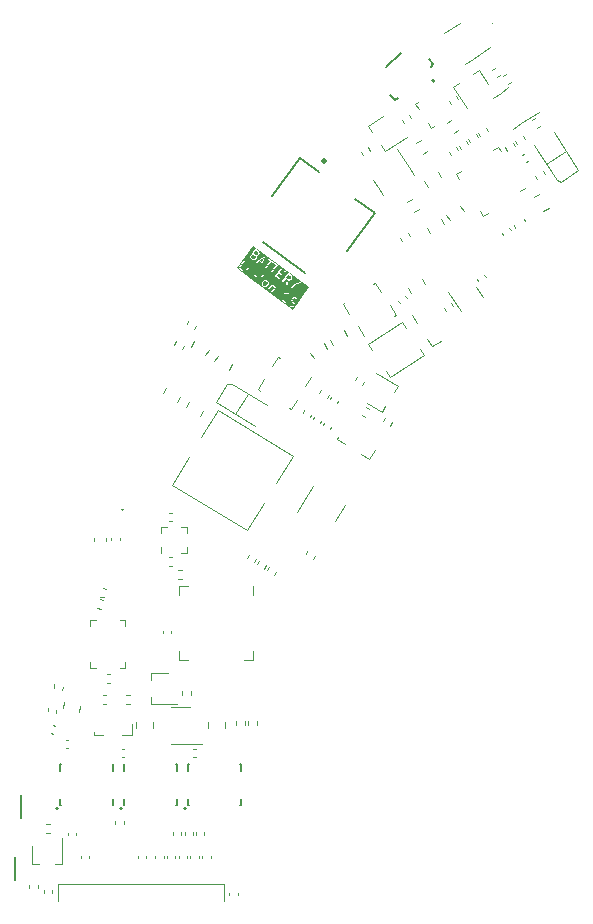
<source format=gbr>
%TF.GenerationSoftware,KiCad,Pcbnew,8.0.4*%
%TF.CreationDate,2024-09-02T19:36:39+02:00*%
%TF.ProjectId,Zoka-MainBoard,5a6f6b61-2d4d-4616-996e-426f6172642e,rev?*%
%TF.SameCoordinates,Original*%
%TF.FileFunction,Legend,Top*%
%TF.FilePolarity,Positive*%
%FSLAX46Y46*%
G04 Gerber Fmt 4.6, Leading zero omitted, Abs format (unit mm)*
G04 Created by KiCad (PCBNEW 8.0.4) date 2024-09-02 19:36:39*
%MOMM*%
%LPD*%
G01*
G04 APERTURE LIST*
%ADD10C,0.100000*%
%ADD11C,0.120000*%
%ADD12C,0.127000*%
%ADD13C,0.300000*%
%ADD14C,0.200000*%
G04 APERTURE END LIST*
D10*
G36*
X167503490Y-60038752D02*
G01*
X167576288Y-60092817D01*
X167605751Y-60151056D01*
X167611250Y-60188299D01*
X167599878Y-60252566D01*
X167477673Y-60417115D01*
X167419438Y-60446577D01*
X167382191Y-60452077D01*
X167317925Y-60440705D01*
X167245126Y-60386640D01*
X167215664Y-60328405D01*
X167210164Y-60291158D01*
X167221536Y-60226891D01*
X167343743Y-60062340D01*
X167401977Y-60032879D01*
X167439223Y-60027380D01*
X167503490Y-60038752D01*
G37*
G36*
X169573616Y-59639706D02*
G01*
X169603079Y-59697944D01*
X169608578Y-59735189D01*
X169597206Y-59799456D01*
X169543142Y-59872254D01*
X169484906Y-59901716D01*
X169447659Y-59907216D01*
X169383393Y-59895844D01*
X169188341Y-59750986D01*
X169378565Y-59494849D01*
X169573616Y-59639706D01*
G37*
G36*
X167166643Y-58439348D02*
G01*
X166972193Y-58294937D01*
X167286035Y-58075467D01*
X167166643Y-58439348D01*
G37*
G36*
X166566344Y-57880828D02*
G01*
X166623967Y-57963230D01*
X166628928Y-57996826D01*
X166617556Y-58061091D01*
X166563491Y-58133890D01*
X166505253Y-58163352D01*
X166468009Y-58168851D01*
X166403742Y-58157479D01*
X166208691Y-58012622D01*
X166398915Y-57756485D01*
X166566344Y-57880828D01*
G37*
G36*
X166790515Y-57572793D02*
G01*
X166819978Y-57631031D01*
X166825477Y-57668276D01*
X166814105Y-57732542D01*
X166782754Y-57774758D01*
X166724516Y-57804220D01*
X166687272Y-57809719D01*
X166623005Y-57798347D01*
X166458537Y-57676203D01*
X166626048Y-57450649D01*
X166790515Y-57572793D01*
G37*
G36*
X171152891Y-60577297D02*
G01*
X169742382Y-62476550D01*
X169087089Y-61989886D01*
X169320579Y-61989886D01*
X169328425Y-62007748D01*
X169397462Y-62106472D01*
X169403249Y-62112019D01*
X169408626Y-62117959D01*
X169561544Y-62231525D01*
X169563808Y-62232597D01*
X169564465Y-62233537D01*
X169571930Y-62236445D01*
X169579174Y-62239877D01*
X169580308Y-62239709D01*
X169582643Y-62240619D01*
X169666522Y-62255462D01*
X169674526Y-62255292D01*
X169682539Y-62255691D01*
X169735836Y-62247821D01*
X169743387Y-62245124D01*
X169751103Y-62242972D01*
X169827114Y-62204518D01*
X169829084Y-62202973D01*
X169830219Y-62202806D01*
X169836155Y-62197432D01*
X169842469Y-62192485D01*
X169842826Y-62191393D01*
X169844683Y-62189714D01*
X169890110Y-62128547D01*
X169891182Y-62126282D01*
X169892122Y-62125626D01*
X169895027Y-62118167D01*
X169898463Y-62110917D01*
X169898295Y-62109780D01*
X169899204Y-62107448D01*
X169914047Y-62023569D01*
X169913877Y-62015564D01*
X169914276Y-62007552D01*
X169906406Y-61954255D01*
X169903711Y-61946709D01*
X169901558Y-61938988D01*
X169863103Y-61862978D01*
X169859726Y-61858669D01*
X169857145Y-61853837D01*
X169761005Y-61736644D01*
X169728692Y-61672771D01*
X169723193Y-61635526D01*
X169734565Y-61571259D01*
X169765915Y-61529045D01*
X169824155Y-61499582D01*
X169861398Y-61494083D01*
X169925665Y-61505455D01*
X170062592Y-61607147D01*
X170126981Y-61699221D01*
X170141066Y-61712720D01*
X170178749Y-61719388D01*
X170210109Y-61697458D01*
X170216777Y-61659774D01*
X170208931Y-61641913D01*
X170139893Y-61543190D01*
X170134107Y-61537645D01*
X170128729Y-61531703D01*
X169975812Y-61418136D01*
X169973547Y-61417063D01*
X169972891Y-61416124D01*
X169965425Y-61413215D01*
X169958182Y-61409784D01*
X169957047Y-61409951D01*
X169954713Y-61409042D01*
X169870832Y-61394199D01*
X169862828Y-61394368D01*
X169854816Y-61393970D01*
X169801520Y-61401840D01*
X169793968Y-61404536D01*
X169786253Y-61406689D01*
X169710242Y-61445142D01*
X169708269Y-61446687D01*
X169707136Y-61446855D01*
X169701196Y-61452231D01*
X169694887Y-61457176D01*
X169694529Y-61458265D01*
X169692672Y-61459947D01*
X169647246Y-61521114D01*
X169646173Y-61523378D01*
X169645234Y-61524035D01*
X169642328Y-61531493D01*
X169638893Y-61538744D01*
X169639060Y-61539880D01*
X169638152Y-61542213D01*
X169623309Y-61626093D01*
X169623478Y-61634096D01*
X169623080Y-61642109D01*
X169630950Y-61695406D01*
X169633644Y-61702951D01*
X169635798Y-61710673D01*
X169674251Y-61786683D01*
X169677629Y-61790993D01*
X169680210Y-61795824D01*
X169776351Y-61913020D01*
X169808663Y-61976888D01*
X169814162Y-62014134D01*
X169802791Y-62078399D01*
X169771438Y-62120615D01*
X169713203Y-62150077D01*
X169675956Y-62155577D01*
X169611690Y-62144205D01*
X169474762Y-62042514D01*
X169410375Y-61950440D01*
X169396291Y-61936941D01*
X169358608Y-61930273D01*
X169327247Y-61952203D01*
X169320579Y-61989886D01*
X169087089Y-61989886D01*
X168485666Y-61543230D01*
X168686522Y-61543230D01*
X168692113Y-61581088D01*
X168705205Y-61595552D01*
X169072207Y-61868112D01*
X169089837Y-61876465D01*
X169127695Y-61870874D01*
X169150512Y-61840152D01*
X169144921Y-61802294D01*
X169131830Y-61787830D01*
X168988469Y-61681361D01*
X169435638Y-61079248D01*
X169443990Y-61061618D01*
X169443238Y-61056525D01*
X169445437Y-61051871D01*
X169440527Y-61038165D01*
X169438400Y-61023760D01*
X169434266Y-61020690D01*
X169432531Y-61015845D01*
X169419367Y-61009625D01*
X169407678Y-61000944D01*
X169402585Y-61001695D01*
X169397930Y-60999496D01*
X169378634Y-61002367D01*
X169253987Y-61047020D01*
X169160317Y-61060851D01*
X169084428Y-61047423D01*
X169064924Y-61047837D01*
X169033563Y-61069768D01*
X169026895Y-61107450D01*
X169048826Y-61138811D01*
X169067004Y-61145893D01*
X169150883Y-61160736D01*
X169158887Y-61160566D01*
X169166900Y-61160965D01*
X169260671Y-61147118D01*
X168908187Y-61621738D01*
X168764827Y-61515270D01*
X168747197Y-61506917D01*
X168709339Y-61512508D01*
X168686522Y-61543230D01*
X168485666Y-61543230D01*
X167445825Y-60770976D01*
X167646682Y-60770976D01*
X167652273Y-60808834D01*
X167682995Y-60831651D01*
X167720853Y-60826060D01*
X167735317Y-60812968D01*
X167995527Y-60462593D01*
X168020311Y-60458934D01*
X168084577Y-60470306D01*
X168157375Y-60524370D01*
X168182977Y-60574977D01*
X168173095Y-60630822D01*
X167930287Y-60957766D01*
X167921934Y-60975396D01*
X167927525Y-61013254D01*
X167958247Y-61036071D01*
X167996105Y-61030480D01*
X168010569Y-61017388D01*
X168260415Y-60680970D01*
X168261488Y-60678704D01*
X168262427Y-60678048D01*
X168265334Y-60670584D01*
X168268767Y-60663339D01*
X168268599Y-60662204D01*
X168269509Y-60659870D01*
X168276068Y-60622804D01*
X169607351Y-60622804D01*
X169612942Y-60660662D01*
X169643664Y-60683479D01*
X169681522Y-60677888D01*
X169695986Y-60664796D01*
X169914438Y-60370648D01*
X170364770Y-60198425D01*
X170381282Y-60188035D01*
X170396890Y-60153095D01*
X170383221Y-60117351D01*
X170348280Y-60101743D01*
X170329049Y-60105023D01*
X169938505Y-60254381D01*
X169968610Y-59837337D01*
X169966192Y-59817979D01*
X169941150Y-59789041D01*
X169902982Y-59786285D01*
X169874044Y-59811327D01*
X169868870Y-59830137D01*
X169834156Y-60311026D01*
X169615704Y-60605174D01*
X169607351Y-60622804D01*
X168276068Y-60622804D01*
X168284352Y-60575991D01*
X168284140Y-60566038D01*
X168284974Y-60563499D01*
X168284013Y-60560056D01*
X168283938Y-60556486D01*
X168282407Y-60554297D01*
X168279733Y-60544707D01*
X168241280Y-60468697D01*
X168239734Y-60466724D01*
X168239567Y-60465591D01*
X168234190Y-60459651D01*
X168229246Y-60453342D01*
X168228156Y-60452984D01*
X168226475Y-60451127D01*
X168134724Y-60382987D01*
X168132459Y-60381914D01*
X168131803Y-60380975D01*
X168124344Y-60378069D01*
X168117094Y-60374634D01*
X168115957Y-60374801D01*
X168113625Y-60373893D01*
X168061281Y-60364630D01*
X168056065Y-60329311D01*
X168025343Y-60306494D01*
X167987485Y-60312085D01*
X167973021Y-60325177D01*
X167655035Y-60753346D01*
X167646682Y-60770976D01*
X167445825Y-60770976D01*
X166808613Y-60297741D01*
X167110051Y-60297741D01*
X167117921Y-60351038D01*
X167120617Y-60358589D01*
X167122770Y-60366305D01*
X167161224Y-60442316D01*
X167162768Y-60444286D01*
X167162936Y-60445421D01*
X167168309Y-60451357D01*
X167173257Y-60457671D01*
X167174348Y-60458028D01*
X167176028Y-60459885D01*
X167267779Y-60528025D01*
X167270043Y-60529097D01*
X167270700Y-60530037D01*
X167278158Y-60532942D01*
X167285409Y-60536378D01*
X167286545Y-60536210D01*
X167288878Y-60537119D01*
X167372757Y-60551962D01*
X167380761Y-60551792D01*
X167388774Y-60552191D01*
X167442071Y-60544321D01*
X167449622Y-60541624D01*
X167457338Y-60539472D01*
X167533349Y-60501018D01*
X167535319Y-60499473D01*
X167536454Y-60499306D01*
X167542390Y-60493932D01*
X167548704Y-60488985D01*
X167549061Y-60487893D01*
X167550918Y-60486214D01*
X167687198Y-60302714D01*
X167688271Y-60300448D01*
X167689210Y-60299792D01*
X167692117Y-60292328D01*
X167695550Y-60285083D01*
X167695382Y-60283948D01*
X167696292Y-60281614D01*
X167711135Y-60197733D01*
X167710965Y-60189729D01*
X167711364Y-60181717D01*
X167703494Y-60128421D01*
X167700797Y-60120869D01*
X167698645Y-60113154D01*
X167669211Y-60054971D01*
X168842762Y-60054971D01*
X168848353Y-60092829D01*
X168879075Y-60115646D01*
X168916933Y-60110055D01*
X168931397Y-60096963D01*
X169128719Y-59831268D01*
X169220596Y-59899502D01*
X169208279Y-60338308D01*
X169211546Y-60357541D01*
X169237836Y-60385350D01*
X169276089Y-60386424D01*
X169303898Y-60360134D01*
X169308239Y-60341114D01*
X169318592Y-59972280D01*
X169333247Y-59983164D01*
X169335511Y-59984236D01*
X169336168Y-59985176D01*
X169343626Y-59988081D01*
X169350877Y-59991517D01*
X169352013Y-59991349D01*
X169354346Y-59992258D01*
X169438225Y-60007101D01*
X169446229Y-60006931D01*
X169454242Y-60007330D01*
X169507539Y-59999460D01*
X169515090Y-59996763D01*
X169522806Y-59994611D01*
X169598817Y-59956157D01*
X169600787Y-59954612D01*
X169601922Y-59954445D01*
X169607858Y-59949071D01*
X169614172Y-59944124D01*
X169614529Y-59943032D01*
X169616386Y-59941353D01*
X169684526Y-59849604D01*
X169685599Y-59847338D01*
X169686538Y-59846682D01*
X169689445Y-59839218D01*
X169692878Y-59831973D01*
X169692710Y-59830838D01*
X169693620Y-59828504D01*
X169708463Y-59744623D01*
X169708293Y-59736619D01*
X169708692Y-59728607D01*
X169700822Y-59675310D01*
X169698127Y-59667764D01*
X169695974Y-59660043D01*
X169657521Y-59584033D01*
X169655975Y-59582060D01*
X169655808Y-59580927D01*
X169650431Y-59574987D01*
X169645487Y-59568678D01*
X169644397Y-59568320D01*
X169642716Y-59566463D01*
X169398047Y-59384757D01*
X169380417Y-59376404D01*
X169342559Y-59381995D01*
X169328095Y-59395087D01*
X168851115Y-60037341D01*
X168842762Y-60054971D01*
X167669211Y-60054971D01*
X167660192Y-60037143D01*
X167658646Y-60035170D01*
X167658479Y-60034037D01*
X167653102Y-60028097D01*
X167648158Y-60021788D01*
X167647068Y-60021430D01*
X167645387Y-60019573D01*
X167553637Y-59951433D01*
X167551372Y-59950360D01*
X167550716Y-59949421D01*
X167543250Y-59946512D01*
X167536007Y-59943081D01*
X167534872Y-59943248D01*
X167532538Y-59942339D01*
X167448657Y-59927496D01*
X167440653Y-59927665D01*
X167432641Y-59927267D01*
X167379344Y-59935137D01*
X167371798Y-59937831D01*
X167364077Y-59939985D01*
X167288067Y-59978440D01*
X167286096Y-59979984D01*
X167284961Y-59980152D01*
X167279021Y-59985527D01*
X167272711Y-59990473D01*
X167272353Y-59991564D01*
X167270497Y-59993244D01*
X167134217Y-60176745D01*
X167133144Y-60179009D01*
X167132205Y-60179666D01*
X167129299Y-60187124D01*
X167125864Y-60194375D01*
X167126031Y-60195511D01*
X167125123Y-60197844D01*
X167110280Y-60281725D01*
X167110449Y-60289728D01*
X167110051Y-60297741D01*
X166808613Y-60297741D01*
X166558903Y-60112290D01*
X166759760Y-60112290D01*
X166765351Y-60150148D01*
X166796073Y-60172965D01*
X166833931Y-60167374D01*
X166848395Y-60154282D01*
X167242650Y-59623417D01*
X168261675Y-59623417D01*
X168267266Y-59661275D01*
X168280358Y-59675739D01*
X168586193Y-59902872D01*
X168603823Y-59911225D01*
X168641681Y-59905634D01*
X168664497Y-59874912D01*
X168658907Y-59837054D01*
X168645815Y-59822590D01*
X168380121Y-59625268D01*
X168570345Y-59369131D01*
X168744289Y-59498314D01*
X168761919Y-59506667D01*
X168799777Y-59501076D01*
X168822594Y-59470354D01*
X168817004Y-59432496D01*
X168803912Y-59418032D01*
X168629967Y-59288849D01*
X168797478Y-59063296D01*
X169063173Y-59260618D01*
X169080803Y-59268971D01*
X169118661Y-59263380D01*
X169141477Y-59232658D01*
X169135887Y-59194800D01*
X169122795Y-59180336D01*
X168816960Y-58953203D01*
X168799330Y-58944850D01*
X168761472Y-58950441D01*
X168747008Y-58963533D01*
X168270028Y-59605787D01*
X168261675Y-59623417D01*
X167242650Y-59623417D01*
X167325374Y-59512029D01*
X167333726Y-59494398D01*
X167328136Y-59456540D01*
X167297414Y-59433724D01*
X167259555Y-59439314D01*
X167245092Y-59452406D01*
X166768113Y-60094660D01*
X166759760Y-60112290D01*
X166558903Y-60112290D01*
X165457896Y-59294610D01*
X165658753Y-59294610D01*
X165664344Y-59332468D01*
X165695066Y-59355285D01*
X165732924Y-59349694D01*
X165747388Y-59336602D01*
X165791597Y-59277075D01*
X166146295Y-59277075D01*
X166151886Y-59314933D01*
X166164978Y-59329397D01*
X166654313Y-59692810D01*
X166671944Y-59701162D01*
X166709802Y-59695572D01*
X166732618Y-59664850D01*
X166727028Y-59626992D01*
X166713936Y-59612528D01*
X166331013Y-59328144D01*
X167864089Y-59328144D01*
X167869680Y-59366002D01*
X167900402Y-59388819D01*
X167938260Y-59383228D01*
X167952724Y-59370136D01*
X168399892Y-58768023D01*
X168543253Y-58874492D01*
X168560883Y-58882845D01*
X168598741Y-58877254D01*
X168621558Y-58846532D01*
X168615967Y-58808674D01*
X168602876Y-58794210D01*
X168235873Y-58521650D01*
X168218243Y-58513297D01*
X168180385Y-58518888D01*
X168157568Y-58549610D01*
X168163159Y-58587468D01*
X168176251Y-58601932D01*
X168319610Y-58708400D01*
X167872442Y-59310514D01*
X167864089Y-59328144D01*
X166331013Y-59328144D01*
X166224600Y-59249115D01*
X166206970Y-59240762D01*
X166169112Y-59246353D01*
X166146295Y-59277075D01*
X165791597Y-59277075D01*
X166023566Y-58964730D01*
X167374753Y-58964730D01*
X167380344Y-59002588D01*
X167411066Y-59025405D01*
X167448924Y-59019814D01*
X167463388Y-59006722D01*
X167910556Y-58404609D01*
X168053916Y-58511078D01*
X168071547Y-58519430D01*
X168109405Y-58513840D01*
X168132221Y-58483118D01*
X168126631Y-58445259D01*
X168113539Y-58430796D01*
X167746536Y-58158236D01*
X167728906Y-58149883D01*
X167691048Y-58155474D01*
X167668231Y-58186196D01*
X167673822Y-58224054D01*
X167686914Y-58238518D01*
X167830274Y-58344987D01*
X167383106Y-58947100D01*
X167374753Y-58964730D01*
X166023566Y-58964730D01*
X166065375Y-58908434D01*
X166073727Y-58890803D01*
X166068137Y-58852945D01*
X166037415Y-58830129D01*
X165999557Y-58835719D01*
X165985093Y-58848811D01*
X165667106Y-59276980D01*
X165658753Y-59294610D01*
X165457896Y-59294610D01*
X164993015Y-58949359D01*
X165023371Y-58908484D01*
X165138833Y-58908484D01*
X165144424Y-58946342D01*
X165157516Y-58960806D01*
X165463352Y-59187939D01*
X165480982Y-59196292D01*
X165518840Y-59190701D01*
X165541657Y-59159979D01*
X165536066Y-59122121D01*
X165522974Y-59107657D01*
X165257279Y-58910335D01*
X165428556Y-58679711D01*
X166081466Y-58679711D01*
X166089336Y-58733008D01*
X166095897Y-58751381D01*
X166126619Y-58774198D01*
X166146104Y-58775168D01*
X166199401Y-58767298D01*
X166217774Y-58760737D01*
X166240591Y-58730015D01*
X166241561Y-58710530D01*
X166233691Y-58657233D01*
X166227130Y-58638860D01*
X166196408Y-58616043D01*
X166176923Y-58615073D01*
X166123626Y-58622943D01*
X166105253Y-58629504D01*
X166082436Y-58660226D01*
X166081466Y-58679711D01*
X165428556Y-58679711D01*
X165604662Y-58442584D01*
X166640421Y-58442584D01*
X166662351Y-58473945D01*
X166700034Y-58480613D01*
X166717896Y-58472767D01*
X166885810Y-58355344D01*
X167133781Y-58539504D01*
X167069904Y-58734190D01*
X167067555Y-58753557D01*
X167084830Y-58787705D01*
X167121191Y-58799635D01*
X167155339Y-58782360D01*
X167164920Y-58765366D01*
X167427815Y-57964118D01*
X167430164Y-57944752D01*
X167428477Y-57941418D01*
X167429129Y-57937738D01*
X167420043Y-57924745D01*
X167412889Y-57910604D01*
X167409338Y-57909439D01*
X167407198Y-57906378D01*
X167391589Y-57903615D01*
X167376528Y-57898674D01*
X167373194Y-57900360D01*
X167369515Y-57899709D01*
X167351654Y-57907556D01*
X166660588Y-58390817D01*
X166647089Y-58404901D01*
X166640421Y-58442584D01*
X165604662Y-58442584D01*
X165704448Y-58308222D01*
X165712800Y-58290592D01*
X165707210Y-58252734D01*
X165676488Y-58229918D01*
X165638630Y-58235508D01*
X165624166Y-58248600D01*
X165147186Y-58890854D01*
X165138833Y-58908484D01*
X165023371Y-58908484D01*
X165690071Y-58010771D01*
X166090245Y-58010771D01*
X166095836Y-58048629D01*
X166108928Y-58063093D01*
X166353596Y-58244799D01*
X166355860Y-58245871D01*
X166356517Y-58246811D01*
X166363982Y-58249719D01*
X166371226Y-58253151D01*
X166372360Y-58252983D01*
X166374695Y-58253893D01*
X166458576Y-58268736D01*
X166466579Y-58268566D01*
X166474592Y-58268965D01*
X166527888Y-58261095D01*
X166535433Y-58258400D01*
X166543155Y-58256247D01*
X166619166Y-58217793D01*
X166621138Y-58216247D01*
X166622272Y-58216080D01*
X166628211Y-58210703D01*
X166634521Y-58205759D01*
X166634878Y-58204669D01*
X166636736Y-58202988D01*
X166704876Y-58111239D01*
X166705949Y-58108973D01*
X166706888Y-58108317D01*
X166709795Y-58100853D01*
X166713228Y-58093608D01*
X166713060Y-58092473D01*
X166713970Y-58090139D01*
X166728813Y-58006260D01*
X166728643Y-57998255D01*
X166729042Y-57990242D01*
X166721171Y-57936945D01*
X166720328Y-57934585D01*
X166720528Y-57933458D01*
X166717308Y-57926127D01*
X166714610Y-57918572D01*
X166713688Y-57917887D01*
X166712682Y-57915596D01*
X166707267Y-57907852D01*
X166747151Y-57901963D01*
X166754696Y-57899268D01*
X166762418Y-57897115D01*
X166838429Y-57858661D01*
X166840401Y-57857115D01*
X166841535Y-57856948D01*
X166847474Y-57851571D01*
X166853784Y-57846627D01*
X166854141Y-57845537D01*
X166855999Y-57843856D01*
X166901425Y-57782689D01*
X166902497Y-57780424D01*
X166903437Y-57779768D01*
X166906342Y-57772309D01*
X166909778Y-57765059D01*
X166909610Y-57763922D01*
X166910519Y-57761590D01*
X166925362Y-57677711D01*
X166925192Y-57669706D01*
X166925591Y-57661694D01*
X166917721Y-57608397D01*
X166915026Y-57600851D01*
X166912873Y-57593130D01*
X166874420Y-57517120D01*
X166872874Y-57515147D01*
X166872707Y-57514014D01*
X166867330Y-57508074D01*
X166862386Y-57501765D01*
X166861296Y-57501407D01*
X166859615Y-57499550D01*
X166645530Y-57340557D01*
X166627900Y-57332204D01*
X166590042Y-57337795D01*
X166575578Y-57350887D01*
X166098598Y-57993141D01*
X166090245Y-58010771D01*
X165690071Y-58010771D01*
X166403524Y-57050106D01*
X171152891Y-60577297D01*
G37*
D11*
%TO.C,R309*%
X182779718Y-46659529D02*
X183175867Y-46398317D01*
X183354971Y-47531945D02*
X183751120Y-47270733D01*
%TO.C,R307*%
X155659351Y-95063456D02*
X155966633Y-95063456D01*
X155659351Y-95823456D02*
X155966633Y-95823456D01*
%TO.C,C320*%
X160210187Y-69832749D02*
X159936402Y-70277779D01*
X159009593Y-69094138D02*
X158735808Y-69539169D01*
%TO.C,R315*%
X179462011Y-56014308D02*
X179631164Y-56270842D01*
X178827526Y-56432674D02*
X178996679Y-56689208D01*
D12*
%TO.C,U501*%
X155376136Y-79394127D02*
G75*
G02*
X155276136Y-79394127I-50000J0D01*
G01*
X155276136Y-79394127D02*
G75*
G02*
X155376136Y-79394127I50000J0D01*
G01*
D11*
%TO.C,D301*%
X179553681Y-50400775D02*
X178562815Y-48898049D01*
X179553681Y-50400775D02*
X179994065Y-51068653D01*
X176948955Y-52118275D02*
X176508571Y-51450397D01*
X176948955Y-52118275D02*
X177389340Y-52786153D01*
%TO.C,Q305*%
X186295608Y-43385969D02*
X185480897Y-42150394D01*
X183310292Y-43581644D02*
X184521350Y-45418309D01*
X183310292Y-43581644D02*
X183811201Y-43251355D01*
X184979988Y-42480682D02*
X185480897Y-42150394D01*
%TO.C,R506*%
X149166625Y-106748457D02*
X148859343Y-106748457D01*
X149166625Y-105988457D02*
X148859343Y-105988457D01*
%TO.C,R206*%
X159532171Y-84183822D02*
X159224889Y-84183822D01*
X159532171Y-83423822D02*
X159224889Y-83423822D01*
%TO.C,R205*%
X160024889Y-84481956D02*
X160332171Y-84481956D01*
X160024889Y-85241956D02*
X160332171Y-85241956D01*
D12*
%TO.C,LED502*%
X146737970Y-103598468D02*
X146738004Y-105538468D01*
D11*
%TO.C,C301*%
X162590890Y-97897455D02*
X162590890Y-97374951D01*
X164000490Y-97897455D02*
X164000490Y-97374951D01*
%TO.C,C321*%
X161145564Y-65603847D02*
X161419349Y-65158817D01*
X162346158Y-66342458D02*
X162619943Y-65897427D01*
%TO.C,D501*%
X184959891Y-41228991D02*
X186462617Y-40238125D01*
X184959891Y-41228991D02*
X184292013Y-41669375D01*
X183242391Y-38624265D02*
X183910269Y-38183881D01*
X183242391Y-38624265D02*
X182574513Y-39064650D01*
%TO.C,C402*%
X150733979Y-99611631D02*
X150518307Y-99611631D01*
X150733979Y-98891631D02*
X150518307Y-98891631D01*
%TO.C,C304*%
X156500034Y-97897455D02*
X156500034Y-97374951D01*
X157909634Y-97897455D02*
X157909634Y-97374951D01*
%TO.C,C306*%
X179756439Y-61056315D02*
X179468811Y-60620104D01*
X180933241Y-60280358D02*
X180645612Y-59844146D01*
%TO.C,C407*%
X159077986Y-108931291D02*
X159077986Y-108715619D01*
X159797986Y-108931291D02*
X159797986Y-108715619D01*
%TO.C,R314*%
X187299684Y-42604115D02*
X187043150Y-42773268D01*
X186881318Y-41969630D02*
X186624784Y-42138783D01*
%TO.C,C401*%
X161520821Y-100353457D02*
X161305149Y-100353457D01*
X161520821Y-99633457D02*
X161305149Y-99633457D01*
%TO.C,R503*%
X153751194Y-86833446D02*
X153454382Y-86753916D01*
X153947896Y-86099342D02*
X153651084Y-86019812D01*
%TO.C,R507*%
X147407989Y-111447099D02*
X147407989Y-111139817D01*
X148167989Y-111447099D02*
X148167989Y-111139817D01*
%TO.C,C412*%
X161077985Y-108931291D02*
X161077985Y-108715619D01*
X161797985Y-108931291D02*
X161797985Y-108715619D01*
%TO.C,J401*%
X149890580Y-111056793D02*
X149890580Y-112496793D01*
X149890580Y-111056793D02*
X163890580Y-111056793D01*
X163890580Y-112556793D02*
X163890580Y-111056793D01*
%TO.C,R321*%
X160749268Y-63718310D02*
X160910279Y-63456589D01*
X161396581Y-64116539D02*
X161557592Y-63854818D01*
%TO.C,U202*%
X160116144Y-85891629D02*
X160866144Y-85891629D01*
X166336144Y-86641629D02*
X166336144Y-85891629D01*
X160116144Y-86641629D02*
X160116144Y-85891629D01*
X166336144Y-91361629D02*
X166336144Y-92111629D01*
X160116144Y-91361629D02*
X160116144Y-92111629D01*
X166336144Y-92111629D02*
X165586144Y-92111629D01*
X160116144Y-92111629D02*
X160866144Y-92111629D01*
%TO.C,R306*%
X153659348Y-95063462D02*
X153966630Y-95063462D01*
X153659348Y-95823462D02*
X153966630Y-95823462D01*
%TO.C,C414*%
X165097989Y-111840619D02*
X165097989Y-112056291D01*
X164377989Y-111840619D02*
X164377989Y-112056291D01*
%TO.C,R319*%
X171991588Y-69519251D02*
X172152599Y-69257530D01*
X172638901Y-69917480D02*
X172799912Y-69655759D01*
%TO.C,R202*%
X167539499Y-84514141D02*
X167700510Y-84252420D01*
X168186812Y-84912370D02*
X168347823Y-84650649D01*
%TO.C,C307*%
X178788772Y-61895012D02*
X178670049Y-61714958D01*
X179389863Y-61498666D02*
X179271140Y-61318612D01*
%TO.C,C204*%
X158716134Y-89859464D02*
X158716134Y-89643792D01*
X159436134Y-89859464D02*
X159436134Y-89643792D01*
%TO.C,R304*%
X188384831Y-48316539D02*
X188553984Y-48573073D01*
X187750346Y-48734905D02*
X187919499Y-48991439D01*
%TO.C,R301*%
X183944311Y-48857595D02*
X183775158Y-48601061D01*
X184578796Y-48439229D02*
X184409643Y-48182695D01*
%TO.C,R313*%
X183592521Y-44409334D02*
X183761674Y-44665868D01*
X182958036Y-44827700D02*
X183127189Y-45084234D01*
%TO.C,U303*%
X187087117Y-48655532D02*
X187348595Y-49052084D01*
X189013593Y-52440068D02*
X189410145Y-52178590D01*
X186690564Y-48917010D02*
X187087117Y-48655532D01*
X186283640Y-54240140D02*
X185887087Y-54501618D01*
X183960611Y-50717082D02*
X183564059Y-50978560D01*
X185887087Y-54501618D02*
X185625609Y-54105066D01*
X183564059Y-50978560D02*
X183825537Y-51375113D01*
%TO.C,R203*%
X167496098Y-84126659D02*
X167335087Y-84388380D01*
X166848785Y-83728430D02*
X166687774Y-83990151D01*
%TO.C,R317*%
X183178079Y-61901313D02*
X183347232Y-62157847D01*
X182543594Y-62319679D02*
X182712747Y-62576213D01*
%TO.C,R324*%
X190901774Y-50747038D02*
X191070927Y-51003572D01*
X190267289Y-51165404D02*
X190436442Y-51421938D01*
D12*
%TO.C,LED503*%
X146212983Y-108773458D02*
X146212983Y-110713458D01*
D11*
%TO.C,Q501*%
X147637989Y-107888459D02*
X147637989Y-109368459D01*
X150237989Y-109368459D02*
X150237989Y-107168459D01*
X150237989Y-109368459D02*
X149637989Y-109368459D01*
X148237989Y-109368459D02*
X147637989Y-109368459D01*
%TO.C,R501*%
X170821982Y-83158373D02*
X170982993Y-82896652D01*
X171469295Y-83556602D02*
X171630306Y-83294881D01*
%TO.C,C404*%
X162254909Y-106701563D02*
X162254909Y-106917235D01*
X161534909Y-106701563D02*
X161534909Y-106917235D01*
D12*
%TO.C,J301*%
X170345279Y-49594989D02*
X167960379Y-52806259D01*
X167218900Y-56739796D02*
X170751297Y-59363185D01*
X171991055Y-50817250D02*
X170345279Y-49594989D01*
X176687537Y-54305166D02*
X175041761Y-53082905D01*
X174302637Y-57516436D02*
X176687537Y-54305166D01*
D13*
X172486575Y-49865377D02*
G75*
G02*
X172286575Y-49865377I-100000J0D01*
G01*
X172286575Y-49865377D02*
G75*
G02*
X172486575Y-49865377I100000J0D01*
G01*
D11*
%TO.C,RT301*%
X181147726Y-48999331D02*
X180751577Y-49260543D01*
X180572473Y-48126915D02*
X180176324Y-48388127D01*
%TO.C,Q306*%
X177387237Y-46079733D02*
X176151662Y-46894444D01*
X177582912Y-49065049D02*
X179419577Y-47853991D01*
X177582912Y-49065049D02*
X177252623Y-48564140D01*
X176481950Y-47395353D02*
X176151662Y-46894444D01*
%TO.C,R204*%
X166644368Y-83602676D02*
X166483357Y-83864397D01*
X165997055Y-83204447D02*
X165836044Y-83466168D01*
D12*
%TO.C,U402*%
X155437987Y-104443462D02*
X155487987Y-104443462D01*
X155437987Y-104443462D02*
X155437987Y-103883462D01*
X159937987Y-104443462D02*
X159887987Y-104443462D01*
X159937987Y-104443462D02*
X159937987Y-103883462D01*
X155437987Y-100943462D02*
X155437987Y-101503462D01*
X155437987Y-100943462D02*
X155487987Y-100943462D01*
X159937987Y-100943462D02*
X159937987Y-101503462D01*
X159937987Y-100943462D02*
X159887987Y-100943462D01*
D14*
X155287987Y-104693462D02*
G75*
G02*
X155087987Y-104693462I-100000J0D01*
G01*
X155087987Y-104693462D02*
G75*
G02*
X155287987Y-104693462I100000J0D01*
G01*
D11*
%TO.C,R303*%
X189230451Y-47752296D02*
X189399604Y-48008830D01*
X188595966Y-48170662D02*
X188765119Y-48427196D01*
%TO.C,R201*%
X149482954Y-94495692D02*
X149562484Y-94198880D01*
X150217058Y-94692394D02*
X150296588Y-94395582D01*
%TO.C,C409*%
X156602987Y-108926293D02*
X156602987Y-108710621D01*
X157322987Y-108926293D02*
X157322987Y-108710621D01*
%TO.C,C322*%
X163104532Y-66809012D02*
X163378317Y-66363982D01*
X164305126Y-67547623D02*
X164578911Y-67102592D01*
%TO.C,D201*%
X189048215Y-46697631D02*
X190550941Y-45706765D01*
X189048215Y-46697631D02*
X188380337Y-47138015D01*
X187330715Y-44092905D02*
X187998593Y-43652521D01*
X187330715Y-44092905D02*
X186662837Y-44533290D01*
%TO.C,C310*%
X189284440Y-54758248D02*
X189439213Y-54992974D01*
X188432895Y-55319738D02*
X188587668Y-55554464D01*
%TO.C,C308*%
X188064407Y-55542041D02*
X188183130Y-55722095D01*
X187463316Y-55938387D02*
X187582039Y-56118441D01*
%TO.C,Q307*%
X182306955Y-65085341D02*
X181555592Y-65580773D01*
X181555592Y-65580773D02*
X181115207Y-64912895D01*
X180234438Y-63577138D02*
X179794054Y-62909260D01*
X179794054Y-62909260D02*
X179961023Y-62799164D01*
%TO.C,C202*%
X151746121Y-96060012D02*
X151610887Y-96564712D01*
X150384552Y-95695181D02*
X150249318Y-96199881D01*
%TO.C,U503*%
X158551139Y-83056630D02*
X158551139Y-83056630D01*
X160251139Y-83056630D02*
X160251139Y-83056630D01*
X160751139Y-83056630D02*
X160251139Y-83056630D01*
X158551139Y-82556630D02*
X158551139Y-83056630D01*
X160751139Y-82556630D02*
X160751139Y-83056630D01*
X158551139Y-81356630D02*
X158551139Y-80856630D01*
X160751139Y-81356630D02*
X160751139Y-81356630D01*
X158551139Y-80856630D02*
X159051139Y-80856630D01*
X159051139Y-80856630D02*
X159051139Y-80856630D01*
X160251139Y-80856630D02*
X160751139Y-80856630D01*
X160751139Y-80856630D02*
X160751139Y-81356630D01*
%TO.C,C408*%
X151802985Y-108926291D02*
X151802985Y-108710619D01*
X152522985Y-108926291D02*
X152522985Y-108710619D01*
%TO.C,Q301*%
X159192986Y-93243462D02*
X157712986Y-93243462D01*
X157712986Y-95843462D02*
X159912986Y-95843462D01*
X157712986Y-95843462D02*
X157712986Y-95243462D01*
X157712986Y-93843462D02*
X157712986Y-93243462D01*
%TO.C,C317*%
X170590271Y-71186361D02*
X170703280Y-71002667D01*
X171203514Y-71563631D02*
X171316523Y-71379937D01*
%TO.C,C312*%
X183930595Y-53678736D02*
X184218223Y-54114947D01*
X182753793Y-54454693D02*
X183041422Y-54890905D01*
%TO.C,C413*%
X149397989Y-111635629D02*
X149397989Y-111851301D01*
X148677989Y-111635629D02*
X148677989Y-111851301D01*
%TO.C,U302*%
X182881617Y-60929689D02*
X183982579Y-62599384D01*
X185285460Y-60542469D02*
X185835941Y-61377317D01*
%TO.C,C302*%
X189107111Y-49389840D02*
X189287165Y-49271117D01*
X189503457Y-49990931D02*
X189683511Y-49872208D01*
%TO.C,C501*%
X152916134Y-82092208D02*
X152916134Y-81811048D01*
X153936134Y-82092208D02*
X153936134Y-81811048D01*
%TO.C,C303*%
X190181039Y-52964413D02*
X190617250Y-52676785D01*
X190956996Y-54141215D02*
X191393208Y-53853586D01*
%TO.C,R502*%
X153492379Y-87799369D02*
X153195567Y-87719839D01*
X153689081Y-87065265D02*
X153392269Y-86985735D01*
%TO.C,D502*%
X171055948Y-78073024D02*
X170112773Y-79606132D01*
X171055948Y-78073024D02*
X171475137Y-77391642D01*
X173713336Y-79707860D02*
X173294147Y-80389242D01*
X173713336Y-79707860D02*
X174132525Y-79026478D01*
%TO.C,F301*%
X180416892Y-53931141D02*
X180020743Y-54192353D01*
X179841639Y-53058725D02*
X179445490Y-53319937D01*
%TO.C,C311*%
X173168578Y-65440392D02*
X172880950Y-65004181D01*
X174345380Y-64664435D02*
X174057751Y-64228223D01*
%TO.C,R302*%
X186079340Y-47081738D02*
X186248493Y-47338272D01*
X185444855Y-47500104D02*
X185614008Y-47756638D01*
%TO.C,R208*%
X188238365Y-43182991D02*
X187981831Y-43352144D01*
X187819999Y-42548506D02*
X187563465Y-42717659D01*
%TO.C,C203*%
X149735443Y-96398003D02*
X149679623Y-96606326D01*
X149039977Y-96211654D02*
X148984157Y-96419977D01*
%TO.C,R316*%
X179139162Y-46665754D02*
X178970009Y-46409220D01*
X179773647Y-46247388D02*
X179604494Y-45990854D01*
%TO.C,R318*%
X175677766Y-49409292D02*
X175508613Y-49152758D01*
X176312251Y-48990926D02*
X176143098Y-48734392D01*
%TO.C,R312*%
X177347793Y-71879288D02*
X177508804Y-71617567D01*
X177995106Y-72277517D02*
X178156117Y-72015796D01*
%TO.C,R504*%
X164932985Y-97622096D02*
X164932985Y-97314814D01*
X165692985Y-97622096D02*
X165692985Y-97314814D01*
%TO.C,U305*%
X171275633Y-68135246D02*
X170764747Y-68965680D01*
X168507521Y-66432292D02*
X168699159Y-66550188D01*
X168507521Y-66432292D02*
X167996635Y-67262725D01*
X170083565Y-70072925D02*
X169572679Y-70903358D01*
X167315453Y-68369970D02*
X166804567Y-69200404D01*
X169381041Y-70785462D02*
X169572679Y-70903358D01*
X166996205Y-69318301D02*
X166804567Y-69200404D01*
%TO.C,C318*%
X173610603Y-70208280D02*
X173497594Y-70391974D01*
X172997360Y-69831010D02*
X172884351Y-70014704D01*
%TO.C,Q304*%
X176697210Y-74359297D02*
X176225622Y-75125851D01*
X176225622Y-75125851D02*
X175544241Y-74706662D01*
X174181478Y-73868285D02*
X173500096Y-73449096D01*
X173500096Y-73449096D02*
X173604893Y-73278751D01*
%TO.C,U301*%
X160262989Y-99203456D02*
X162062989Y-99203456D01*
X160262989Y-99203456D02*
X159462989Y-99203456D01*
X160262989Y-96083456D02*
X161062989Y-96083456D01*
X160262989Y-96083456D02*
X159462989Y-96083456D01*
%TO.C,C403*%
X155486366Y-100353457D02*
X155270694Y-100353457D01*
X155486366Y-99633457D02*
X155270694Y-99633457D01*
D12*
%TO.C,U401*%
X160862989Y-104444321D02*
X160912989Y-104444321D01*
X160862989Y-104444321D02*
X160862989Y-103884321D01*
X165362989Y-104444321D02*
X165312989Y-104444321D01*
X165362989Y-104444321D02*
X165362989Y-103884321D01*
X160862989Y-100944321D02*
X160862989Y-101504321D01*
X160862989Y-100944321D02*
X160912989Y-100944321D01*
X165362989Y-100944321D02*
X165362989Y-101504321D01*
X165362989Y-100944321D02*
X165312989Y-100944321D01*
D14*
X160712989Y-104694321D02*
G75*
G02*
X160512989Y-104694321I-100000J0D01*
G01*
X160512989Y-104694321D02*
G75*
G02*
X160712989Y-104694321I100000J0D01*
G01*
D12*
%TO.C,U403*%
X150037986Y-104443457D02*
X150087986Y-104443457D01*
X150037986Y-104443457D02*
X150037986Y-103883457D01*
X154537986Y-104443457D02*
X154487986Y-104443457D01*
X154537986Y-104443457D02*
X154537986Y-103883457D01*
X150037986Y-100943457D02*
X150037986Y-101503457D01*
X150037986Y-100943457D02*
X150087986Y-100943457D01*
X154537986Y-100943457D02*
X154537986Y-101503457D01*
X154537986Y-100943457D02*
X154487986Y-100943457D01*
D14*
X149887986Y-104693457D02*
G75*
G02*
X149687986Y-104693457I-100000J0D01*
G01*
X149687986Y-104693457D02*
G75*
G02*
X149887986Y-104693457I100000J0D01*
G01*
D11*
%TO.C,C415*%
X160577982Y-106931296D02*
X160577982Y-106715624D01*
X161297982Y-106931296D02*
X161297982Y-106715624D01*
%TO.C,R308*%
X183109470Y-49408079D02*
X182940317Y-49151545D01*
X183743955Y-48989713D02*
X183574802Y-48733179D01*
%TO.C,C313*%
X171498881Y-66541350D02*
X171211253Y-66105139D01*
X172675683Y-65765393D02*
X172388054Y-65329181D01*
%TO.C,R207*%
X190637049Y-46877197D02*
X190380515Y-47046350D01*
X190218683Y-46242712D02*
X189962149Y-46411865D01*
%TO.C,C503*%
X159280621Y-79665623D02*
X159496293Y-79665623D01*
X159280621Y-80385623D02*
X159496293Y-80385623D01*
D10*
%TO.C,LED201*%
X186617253Y-38196921D02*
G75*
G02*
X186672301Y-38280405I27524J-41742D01*
G01*
X186672301Y-38280406D02*
G75*
G02*
X186617253Y-38196920I-27524J41743D01*
G01*
D11*
%TO.C,D303*%
X164209838Y-68751103D02*
X164570153Y-68737954D01*
X163266663Y-70284212D02*
X164209838Y-68751103D01*
X163266663Y-70284212D02*
X166503226Y-72275358D01*
X164570153Y-68737954D02*
X167551198Y-70571904D01*
X164884945Y-71279785D02*
X165932916Y-69576331D01*
%TO.C,C406*%
X151422985Y-106735620D02*
X151422985Y-106951292D01*
X150702985Y-106735620D02*
X150702985Y-106951292D01*
%TO.C,R505*%
X165932987Y-97620335D02*
X165932987Y-97313053D01*
X166692987Y-97620335D02*
X166692987Y-97313053D01*
%TO.C,C316*%
X172293724Y-72234331D02*
X172406733Y-72050637D01*
X172906967Y-72611601D02*
X173019976Y-72427907D01*
%TO.C,U304*%
X175790795Y-64694768D02*
X175254077Y-63880791D01*
X178504051Y-62905706D02*
X178316210Y-63029564D01*
X178504051Y-62905706D02*
X177967332Y-62091729D01*
X174538452Y-62795489D02*
X174001733Y-61981512D01*
X177251707Y-61006427D02*
X176714989Y-60192450D01*
X174189574Y-61857654D02*
X174001733Y-61981512D01*
X176527148Y-60316308D02*
X176714989Y-60192450D01*
%TO.C,C305*%
X185947312Y-59497759D02*
X186066035Y-59677813D01*
X185346221Y-59894105D02*
X185464944Y-60074159D01*
%TO.C,C502*%
X154233978Y-94061628D02*
X154018306Y-94061628D01*
X154233978Y-93341628D02*
X154018306Y-93341628D01*
%TO.C,C416*%
X160077978Y-108931296D02*
X160077978Y-108715624D01*
X160797978Y-108931296D02*
X160797978Y-108715624D01*
%TO.C,C410*%
X158077990Y-108931289D02*
X158077990Y-108715617D01*
X158797990Y-108931289D02*
X158797990Y-108715617D01*
%TO.C,C411*%
X162077984Y-108931298D02*
X162077984Y-108715626D01*
X162797984Y-108931298D02*
X162797984Y-108715626D01*
%TO.C,C319*%
X162169159Y-71037919D02*
X161895374Y-71482949D01*
X160968565Y-70299308D02*
X160694780Y-70744339D01*
%TO.C,C309*%
X181153782Y-52045593D02*
X180866154Y-51609382D01*
X182330584Y-51269636D02*
X182042955Y-50833424D01*
%TO.C,R305*%
X160332986Y-95097097D02*
X160332986Y-94789815D01*
X161092986Y-95097097D02*
X161092986Y-94789815D01*
%TO.C,R320*%
X159701296Y-65421766D02*
X159862307Y-65160045D01*
X160348609Y-65819995D02*
X160509620Y-65558274D01*
%TO.C,R311*%
X175966067Y-70729661D02*
X176227788Y-70890672D01*
X175567838Y-71376974D02*
X175829559Y-71537985D01*
%TO.C,C504*%
X154366145Y-81984463D02*
X154366145Y-81768791D01*
X155086145Y-81984463D02*
X155086145Y-81768791D01*
%TO.C,C405*%
X155436139Y-105793797D02*
X155436139Y-106009469D01*
X154716139Y-105793797D02*
X154716139Y-106009469D01*
%TO.C,L301*%
X178957421Y-63475192D02*
X176118938Y-65346827D01*
X179287710Y-63976101D02*
X178957421Y-63475192D01*
X176449227Y-65847736D02*
X176118938Y-65346827D01*
X180498767Y-65812766D02*
X180829056Y-66313675D01*
X177660284Y-67684401D02*
X177990573Y-68185310D01*
X177990573Y-68185310D02*
X180829056Y-66313675D01*
%TO.C,C417*%
X159577985Y-106931290D02*
X159577985Y-106715618D01*
X160297985Y-106931290D02*
X160297985Y-106715618D01*
%TO.C,C315*%
X171442000Y-71710349D02*
X171555009Y-71526655D01*
X172055243Y-72087619D02*
X172168252Y-71903925D01*
%TO.C,C314*%
X182260889Y-54779699D02*
X182548517Y-55215910D01*
X181084087Y-55555656D02*
X181371716Y-55991868D01*
%TO.C,L303*%
X169728127Y-74855814D02*
X168313365Y-77155477D01*
X163425347Y-70978318D02*
X169728127Y-74855814D01*
X162010585Y-73277981D02*
X163425347Y-70978318D01*
X167265393Y-78858931D02*
X165850631Y-81158594D01*
X160962613Y-74981435D02*
X159547851Y-77281098D01*
X159547851Y-77281098D02*
X165850631Y-81158594D01*
D10*
%TO.C,U502*%
X155576141Y-92776629D02*
X155576141Y-92276629D01*
X155576141Y-89276629D02*
X155576141Y-88776629D01*
X155576141Y-88776629D02*
X155076141Y-88776629D01*
X155076141Y-92776629D02*
X155576141Y-92776629D01*
X153076141Y-92776629D02*
X152576141Y-92776629D01*
X153076141Y-88776629D02*
X152576141Y-88776629D01*
X152576141Y-92776629D02*
X152576141Y-92276629D01*
X152576141Y-88776629D02*
X152576141Y-89276629D01*
D11*
%TO.C,D302*%
X181684690Y-46929393D02*
X181434236Y-47094537D01*
X181434236Y-47094537D02*
X181158995Y-46677113D01*
X180388322Y-45508326D02*
X180113082Y-45090902D01*
X180113082Y-45090902D02*
X180363536Y-44925758D01*
%TO.C,R310*%
X175787014Y-68580596D02*
X175626003Y-68842317D01*
X175139701Y-68182367D02*
X174978690Y-68444088D01*
%TO.C,C201*%
X149439889Y-97618605D02*
X149648212Y-97674425D01*
X149253540Y-98314071D02*
X149461863Y-98369891D01*
%TO.C,R323*%
X184779157Y-48307122D02*
X184610004Y-48050588D01*
X185413642Y-47888756D02*
X185244489Y-47632222D01*
%TO.C,Q302*%
X156112984Y-97543460D02*
X156112984Y-98443460D01*
X156112984Y-98443460D02*
X155312984Y-98443460D01*
X153712984Y-98443460D02*
X152912984Y-98443460D01*
X152912984Y-98443460D02*
X152912984Y-98243460D01*
D12*
%TO.C,SW501*%
X181645686Y-41660415D02*
X181409048Y-41884192D01*
X181247175Y-41239002D02*
X181645686Y-41660415D01*
X178891335Y-40741694D02*
X177612563Y-41950968D01*
X178612963Y-44528318D02*
X178376100Y-44752309D01*
X178376100Y-44752309D02*
X177977589Y-44330895D01*
D14*
X181734927Y-43078841D02*
G75*
G02*
X181534927Y-43078841I-100000J0D01*
G01*
X181534927Y-43078841D02*
G75*
G02*
X181734927Y-43078841I100000J0D01*
G01*
D11*
%TO.C,Q303*%
X176009389Y-70394745D02*
X177269945Y-71170244D01*
X178632308Y-68955754D02*
X176758509Y-67802985D01*
X178632308Y-68955754D02*
X178317917Y-69466790D01*
X177584336Y-70659208D02*
X177269945Y-71170244D01*
%TO.C,D202*%
X192419493Y-51619701D02*
X192087380Y-51479343D01*
X193922220Y-50628836D02*
X192419493Y-51619701D01*
X193922220Y-50628836D02*
X191830393Y-47456414D01*
X192087380Y-51479343D02*
X190160697Y-48557376D01*
X192876306Y-49042625D02*
X191206611Y-50143587D01*
%TD*%
M02*

</source>
